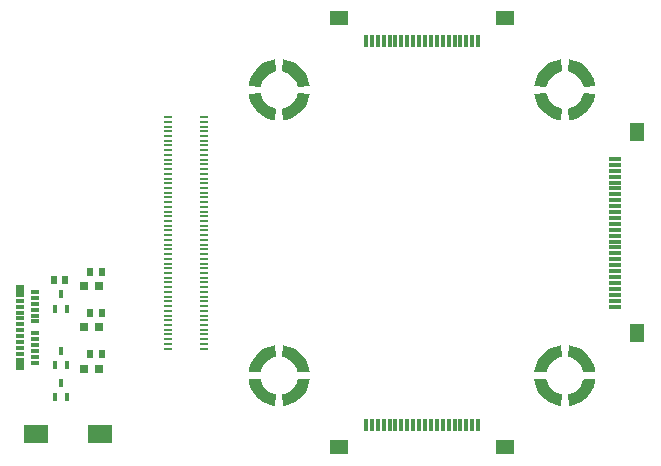
<source format=gtp>
G04*
G04 #@! TF.GenerationSoftware,Altium Limited,Altium Designer,19.1.8 (144)*
G04*
G04 Layer_Color=8421504*
%FSLAX44Y44*%
%MOMM*%
G71*
G01*
G75*
%ADD18R,0.5500X0.6500*%
%ADD19R,0.3000X0.7100*%
%ADD20R,0.7000X0.3000*%
%ADD21R,0.7000X1.0000*%
%ADD22R,0.3000X1.0000*%
%ADD23R,1.6500X1.3000*%
%ADD24R,1.0000X0.3000*%
%ADD25R,1.3000X1.6500*%
%ADD26R,0.7000X0.1800*%
%ADD27R,0.8000X0.8000*%
%ADD28R,2.0000X1.5000*%
G36*
X275831Y53194D02*
X276222Y63243D01*
X275028Y63501D01*
X272716Y64286D01*
X270551Y65413D01*
X268582Y66856D01*
X266856Y68582D01*
X265413Y70551D01*
X264286Y72716D01*
X263501Y75028D01*
X263243Y76222D01*
Y76222D01*
X253194Y75831D01*
X253457Y73687D01*
X254684Y69544D01*
X256578Y65661D01*
X259088Y62143D01*
X262143Y59088D01*
X265661Y56578D01*
X269544Y54684D01*
X273687Y53457D01*
X275831Y53194D01*
D01*
D02*
G37*
G36*
X253194Y82169D02*
X263243Y81778D01*
X263501Y82972D01*
X264286Y85284D01*
X265413Y87449D01*
X266856Y89418D01*
X268582Y91144D01*
X270551Y92587D01*
X272716Y93714D01*
X275028Y94499D01*
X276222Y94757D01*
X276222D01*
X275831Y104806D01*
X273687Y104543D01*
X269544Y103316D01*
X265661Y101422D01*
X262143Y98912D01*
X259088Y95857D01*
X256578Y92339D01*
X254684Y88456D01*
X253457Y84313D01*
X253194Y82169D01*
D01*
D02*
G37*
G36*
X304806Y75831D02*
X294757Y76222D01*
X294499Y75028D01*
X293714Y72716D01*
X292587Y70551D01*
X291144Y68582D01*
X289418Y66856D01*
X287449Y65413D01*
X285284Y64286D01*
X282972Y63501D01*
X281778Y63243D01*
X281778D01*
X282169Y53194D01*
X284313Y53457D01*
X288456Y54684D01*
X292339Y56578D01*
X295857Y59088D01*
X298912Y62143D01*
X301422Y65661D01*
X303316Y69544D01*
X304543Y73687D01*
X304806Y75831D01*
D01*
D02*
G37*
G36*
X282169Y104806D02*
X281778Y94757D01*
X282972Y94499D01*
X285284Y93714D01*
X287449Y92587D01*
X289418Y91144D01*
X291144Y89418D01*
X292587Y87449D01*
X293714Y85284D01*
X294499Y82972D01*
X294757Y81778D01*
Y81778D01*
X304806Y82169D01*
X304543Y84313D01*
X303316Y88456D01*
X301422Y92339D01*
X298912Y95857D01*
X295857Y98912D01*
X292339Y101422D01*
X288456Y103316D01*
X284313Y104543D01*
X282169Y104806D01*
D01*
D02*
G37*
G36*
X275831Y295194D02*
X276222Y305243D01*
X275028Y305501D01*
X272716Y306286D01*
X270551Y307413D01*
X268582Y308856D01*
X266856Y310582D01*
X265413Y312551D01*
X264286Y314716D01*
X263501Y317028D01*
X263243Y318222D01*
Y318222D01*
X253194Y317831D01*
X253457Y315687D01*
X254684Y311544D01*
X256578Y307661D01*
X259088Y304143D01*
X262143Y301088D01*
X265661Y298578D01*
X269544Y296684D01*
X273687Y295457D01*
X275831Y295194D01*
D01*
D02*
G37*
G36*
X253194Y324169D02*
X263243Y323778D01*
X263501Y324972D01*
X264286Y327284D01*
X265413Y329449D01*
X266856Y331418D01*
X268582Y333144D01*
X270551Y334587D01*
X272716Y335714D01*
X275028Y336499D01*
X276222Y336757D01*
X276222D01*
X275831Y346806D01*
X273687Y346543D01*
X269544Y345316D01*
X265661Y343422D01*
X262143Y340913D01*
X259088Y337857D01*
X256578Y334339D01*
X254684Y330456D01*
X253457Y326313D01*
X253194Y324169D01*
D01*
D02*
G37*
G36*
X304806Y317831D02*
X294757Y318222D01*
X294499Y317028D01*
X293714Y314716D01*
X292587Y312551D01*
X291144Y310582D01*
X289418Y308856D01*
X287449Y307413D01*
X285284Y306286D01*
X282972Y305501D01*
X281778Y305243D01*
X281778D01*
X282169Y295194D01*
X284313Y295457D01*
X288456Y296684D01*
X292339Y298578D01*
X295857Y301088D01*
X298912Y304143D01*
X301422Y307661D01*
X303316Y311544D01*
X304543Y315687D01*
X304806Y317831D01*
D01*
D02*
G37*
G36*
X282169Y346806D02*
X281778Y336757D01*
X282972Y336499D01*
X285284Y335714D01*
X287449Y334587D01*
X289418Y333144D01*
X291144Y331418D01*
X292587Y329449D01*
X293714Y327284D01*
X294499Y324972D01*
X294757Y323778D01*
Y323778D01*
X304806Y324169D01*
X304543Y326313D01*
X303316Y330456D01*
X301422Y334339D01*
X298912Y337857D01*
X295857Y340913D01*
X292339Y343422D01*
X288456Y345316D01*
X284313Y346543D01*
X282169Y346806D01*
D01*
D02*
G37*
G36*
X517831Y53194D02*
X518222Y63243D01*
X517028Y63501D01*
X514716Y64286D01*
X512551Y65413D01*
X510582Y66856D01*
X508856Y68582D01*
X507413Y70551D01*
X506286Y72716D01*
X505501Y75028D01*
X505243Y76222D01*
Y76222D01*
X495194Y75831D01*
X495457Y73687D01*
X496684Y69544D01*
X498578Y65661D01*
X501088Y62143D01*
X504143Y59088D01*
X507661Y56578D01*
X511544Y54684D01*
X515687Y53457D01*
X517831Y53194D01*
D01*
D02*
G37*
G36*
X495194Y82169D02*
X505243Y81778D01*
X505501Y82972D01*
X506286Y85284D01*
X507413Y87449D01*
X508856Y89418D01*
X510582Y91144D01*
X512551Y92587D01*
X514716Y93714D01*
X517028Y94499D01*
X518222Y94757D01*
X518222D01*
X517831Y104806D01*
X515687Y104543D01*
X511544Y103316D01*
X507661Y101422D01*
X504143Y98912D01*
X501088Y95857D01*
X498578Y92339D01*
X496684Y88456D01*
X495457Y84313D01*
X495194Y82169D01*
D01*
D02*
G37*
G36*
X546806Y75831D02*
X536757Y76222D01*
X536499Y75028D01*
X535714Y72716D01*
X534587Y70551D01*
X533144Y68582D01*
X531418Y66856D01*
X529449Y65413D01*
X527284Y64286D01*
X524972Y63501D01*
X523778Y63243D01*
X523778D01*
X524169Y53194D01*
X526313Y53457D01*
X530456Y54684D01*
X534339Y56578D01*
X537857Y59088D01*
X540913Y62143D01*
X543422Y65661D01*
X545316Y69544D01*
X546543Y73687D01*
X546806Y75831D01*
D01*
D02*
G37*
G36*
X524169Y104806D02*
X523778Y94757D01*
X524972Y94499D01*
X527284Y93714D01*
X529449Y92587D01*
X531418Y91144D01*
X533144Y89418D01*
X534587Y87449D01*
X535714Y85284D01*
X536499Y82972D01*
X536757Y81778D01*
Y81778D01*
X546806Y82169D01*
X546543Y84313D01*
X545316Y88456D01*
X543422Y92339D01*
X540913Y95857D01*
X537857Y98912D01*
X534339Y101422D01*
X530456Y103316D01*
X526313Y104543D01*
X524169Y104806D01*
D01*
D02*
G37*
G36*
X517831Y295194D02*
X518222Y305243D01*
X517028Y305501D01*
X514716Y306286D01*
X512551Y307413D01*
X510582Y308856D01*
X508856Y310582D01*
X507413Y312551D01*
X506286Y314716D01*
X505501Y317028D01*
X505243Y318222D01*
Y318222D01*
X495194Y317831D01*
X495457Y315687D01*
X496684Y311544D01*
X498578Y307661D01*
X501088Y304143D01*
X504143Y301088D01*
X507661Y298578D01*
X511544Y296684D01*
X515687Y295457D01*
X517831Y295194D01*
D01*
D02*
G37*
G36*
X495194Y324169D02*
X505243Y323778D01*
X505501Y324972D01*
X506286Y327284D01*
X507413Y329449D01*
X508856Y331418D01*
X510582Y333144D01*
X512551Y334587D01*
X514716Y335714D01*
X517028Y336499D01*
X518222Y336757D01*
X518222D01*
X517831Y346806D01*
X515687Y346543D01*
X511544Y345316D01*
X507661Y343422D01*
X504143Y340913D01*
X501088Y337857D01*
X498578Y334339D01*
X496684Y330456D01*
X495457Y326313D01*
X495194Y324169D01*
D01*
D02*
G37*
G36*
X546806Y317831D02*
X536757Y318222D01*
X536499Y317028D01*
X535714Y314716D01*
X534587Y312551D01*
X533144Y310582D01*
X531418Y308856D01*
X529449Y307413D01*
X527284Y306286D01*
X524972Y305501D01*
X523778Y305243D01*
X523778D01*
X524169Y295194D01*
X526313Y295457D01*
X530456Y296684D01*
X534339Y298578D01*
X537857Y301088D01*
X540913Y304143D01*
X543422Y307661D01*
X545316Y311544D01*
X546543Y315687D01*
X546806Y317831D01*
D01*
D02*
G37*
G36*
X524169Y346806D02*
X523778Y336757D01*
X524972Y336499D01*
X527284Y335714D01*
X529449Y334587D01*
X531418Y333144D01*
X533144Y331418D01*
X534587Y329449D01*
X535714Y327284D01*
X536499Y324972D01*
X536757Y323778D01*
Y323778D01*
X546806Y324169D01*
X546543Y326313D01*
X545316Y330456D01*
X543422Y334339D01*
X540913Y337857D01*
X537857Y340913D01*
X534339Y343422D01*
X530456Y345316D01*
X526313Y346543D01*
X524169Y346806D01*
D01*
D02*
G37*
D18*
X119000Y97000D02*
D03*
X129000D02*
D03*
X98000Y160000D02*
D03*
X88000D02*
D03*
X119000Y132000D02*
D03*
X129000D02*
D03*
X119000Y167000D02*
D03*
X129000D02*
D03*
D19*
X94000Y100100D02*
D03*
X99000Y87900D02*
D03*
X89000D02*
D03*
X94000Y148100D02*
D03*
X99000Y135900D02*
D03*
X89000D02*
D03*
X94000Y73100D02*
D03*
X99000Y60900D02*
D03*
X89000D02*
D03*
D20*
X59500Y97500D02*
D03*
Y102500D02*
D03*
X72500Y150000D02*
D03*
Y145000D02*
D03*
Y140000D02*
D03*
Y135000D02*
D03*
Y130000D02*
D03*
Y125000D02*
D03*
Y115000D02*
D03*
Y110000D02*
D03*
Y105000D02*
D03*
Y100000D02*
D03*
Y95000D02*
D03*
Y90000D02*
D03*
X59500Y107500D02*
D03*
Y112500D02*
D03*
Y117500D02*
D03*
Y122500D02*
D03*
Y127500D02*
D03*
Y132500D02*
D03*
Y137500D02*
D03*
Y142500D02*
D03*
D21*
Y89000D02*
D03*
Y151000D02*
D03*
D22*
X352500Y37500D02*
D03*
X357500D02*
D03*
X362500D02*
D03*
X367500D02*
D03*
X372500D02*
D03*
X377500D02*
D03*
X382500D02*
D03*
X387500D02*
D03*
X392500D02*
D03*
X397500D02*
D03*
X402500D02*
D03*
X407500D02*
D03*
X412500D02*
D03*
X417500D02*
D03*
X422500D02*
D03*
X427500D02*
D03*
X432500D02*
D03*
X437500D02*
D03*
X442500D02*
D03*
X447500D02*
D03*
X447500Y362500D02*
D03*
X442500D02*
D03*
X437500D02*
D03*
X432500D02*
D03*
X427500D02*
D03*
X422500D02*
D03*
X417500D02*
D03*
X412500D02*
D03*
X407500D02*
D03*
X402500D02*
D03*
X397500D02*
D03*
X392500D02*
D03*
X387500D02*
D03*
X382500D02*
D03*
X377500D02*
D03*
X372500D02*
D03*
X367500D02*
D03*
X362500D02*
D03*
X357500D02*
D03*
X352500D02*
D03*
D23*
X470250Y18500D02*
D03*
X329750D02*
D03*
X329750Y381500D02*
D03*
X470250D02*
D03*
D24*
X563280Y142594D02*
D03*
Y152594D02*
D03*
Y147594D02*
D03*
Y162594D02*
D03*
Y172594D02*
D03*
Y167594D02*
D03*
Y182594D02*
D03*
Y187594D02*
D03*
Y192594D02*
D03*
Y207594D02*
D03*
Y217594D02*
D03*
Y212594D02*
D03*
Y227594D02*
D03*
Y237594D02*
D03*
Y232594D02*
D03*
Y247594D02*
D03*
Y257594D02*
D03*
Y252594D02*
D03*
Y137594D02*
D03*
Y157594D02*
D03*
Y177594D02*
D03*
Y197594D02*
D03*
Y202594D02*
D03*
Y222594D02*
D03*
Y242594D02*
D03*
Y262594D02*
D03*
D25*
X582280Y285344D02*
D03*
Y114844D02*
D03*
D26*
X184600Y102000D02*
D03*
Y106000D02*
D03*
Y110000D02*
D03*
Y114000D02*
D03*
Y118000D02*
D03*
Y122000D02*
D03*
Y126000D02*
D03*
Y130000D02*
D03*
Y134000D02*
D03*
Y138000D02*
D03*
Y142000D02*
D03*
Y146000D02*
D03*
Y150000D02*
D03*
Y154000D02*
D03*
Y158000D02*
D03*
Y162000D02*
D03*
Y166000D02*
D03*
Y170000D02*
D03*
Y174000D02*
D03*
Y178000D02*
D03*
Y182000D02*
D03*
Y186000D02*
D03*
Y190000D02*
D03*
Y194000D02*
D03*
Y198000D02*
D03*
Y202000D02*
D03*
Y206000D02*
D03*
Y210000D02*
D03*
Y214000D02*
D03*
Y218000D02*
D03*
Y222000D02*
D03*
Y226000D02*
D03*
Y230000D02*
D03*
Y234000D02*
D03*
Y238000D02*
D03*
Y242000D02*
D03*
Y246000D02*
D03*
Y250000D02*
D03*
Y254000D02*
D03*
Y258000D02*
D03*
Y262000D02*
D03*
Y266000D02*
D03*
Y270000D02*
D03*
Y274000D02*
D03*
Y278000D02*
D03*
Y282000D02*
D03*
Y286000D02*
D03*
Y290000D02*
D03*
Y294000D02*
D03*
Y298000D02*
D03*
X215400Y102000D02*
D03*
Y106000D02*
D03*
Y110000D02*
D03*
Y114000D02*
D03*
Y118000D02*
D03*
Y122000D02*
D03*
Y126000D02*
D03*
Y130000D02*
D03*
Y134000D02*
D03*
Y138000D02*
D03*
Y142000D02*
D03*
Y146000D02*
D03*
Y150000D02*
D03*
Y154000D02*
D03*
Y158000D02*
D03*
Y162000D02*
D03*
Y166000D02*
D03*
Y170000D02*
D03*
Y174000D02*
D03*
Y178000D02*
D03*
Y182000D02*
D03*
Y186000D02*
D03*
Y190000D02*
D03*
Y194000D02*
D03*
Y198000D02*
D03*
Y202000D02*
D03*
Y206000D02*
D03*
Y210000D02*
D03*
Y214000D02*
D03*
Y218000D02*
D03*
Y222000D02*
D03*
Y226000D02*
D03*
Y230000D02*
D03*
Y234000D02*
D03*
Y238000D02*
D03*
Y242000D02*
D03*
Y246000D02*
D03*
Y250000D02*
D03*
Y254000D02*
D03*
Y258000D02*
D03*
Y262000D02*
D03*
Y266000D02*
D03*
Y270000D02*
D03*
Y274000D02*
D03*
Y278000D02*
D03*
Y282000D02*
D03*
Y286000D02*
D03*
Y290000D02*
D03*
Y294000D02*
D03*
Y298000D02*
D03*
D27*
X126250Y85000D02*
D03*
X113750D02*
D03*
X126250Y120000D02*
D03*
X113750D02*
D03*
X126250Y155000D02*
D03*
X113750D02*
D03*
D28*
X73000Y30000D02*
D03*
X127000D02*
D03*
M02*

</source>
